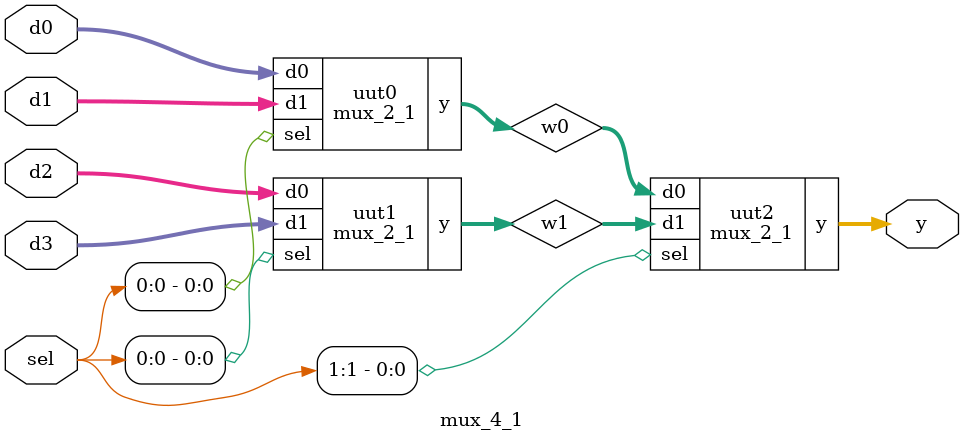
<source format=sv>

module mux_2_1
(
  input  [3:0] d0, d1,
  input        sel,
  output [3:0] y
);

  assign y = sel ? d1 : d0;

endmodule

//----------------------------------------------------------------------------
// Task
//----------------------------------------------------------------------------

module mux_4_1
(
  input  [3:0] d0, d1, d2, d3,
  input  [1:0] sel,
  output [3:0] y
);

  // Task:
  // Implement mux_4_1 using three instances of mux_2_1
  logic [3:0] w0, w1;

mux_2_1 uut0(
  .d0(d0),
  .d1(d1),
  .sel(sel[0]),
  .y(w0)
);

mux_2_1 uut1(
  .d0(d2),
  .d1(d3),
  .sel(sel[0]),
  .y(w1)
);

mux_2_1 uut2(
  .d0(w0),
  .d1(w1),
  .sel(sel[1]),
  .y(y)
);

endmodule

</source>
